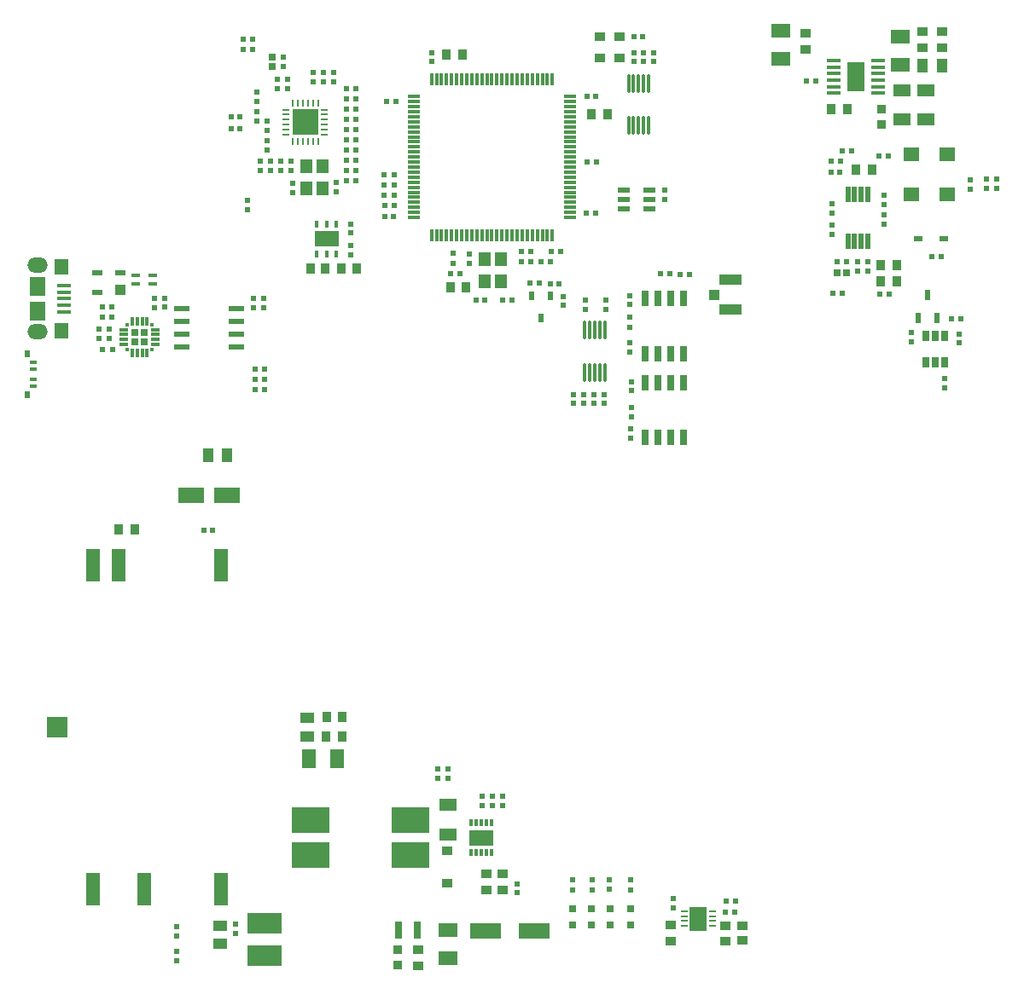
<source format=gtp>
G04*
G04 #@! TF.GenerationSoftware,Altium Limited,Altium Designer,21.2.1 (34)*
G04*
G04 Layer_Color=8421504*
%FSAX24Y24*%
%MOIN*%
G70*
G04*
G04 #@! TF.SameCoordinates,274D9A25-BBB1-47C8-A32C-90C4575193A4*
G04*
G04*
G04 #@! TF.FilePolarity,Positive*
G04*
G01*
G75*
%ADD21O,0.0787X0.0591*%
%ADD22R,0.0295X0.0295*%
%ADD23R,0.0315X0.0315*%
%ADD24R,0.0244X0.0228*%
%ADD25R,0.0228X0.0244*%
%ADD26R,0.0248X0.0260*%
%ADD27R,0.0315X0.0157*%
%ADD28R,0.0866X0.0433*%
%ADD29R,0.0433X0.0394*%
%ADD30R,0.0374X0.0394*%
%ADD31R,0.0472X0.0236*%
%ADD32R,0.0244X0.0244*%
%ADD33R,0.0244X0.0244*%
%ADD34O,0.0118X0.0787*%
%ADD35R,0.0394X0.0354*%
%ADD36R,0.0256X0.0600*%
%ADD37R,0.0472X0.0118*%
%ADD38R,0.0118X0.0472*%
%ADD39R,0.0236X0.0394*%
G04:AMPARAMS|DCode=40|XSize=43.3mil|YSize=23.6mil|CornerRadius=2mil|HoleSize=0mil|Usage=FLASHONLY|Rotation=90.000|XOffset=0mil|YOffset=0mil|HoleType=Round|Shape=RoundedRectangle|*
%AMROUNDEDRECTD40*
21,1,0.0433,0.0196,0,0,90.0*
21,1,0.0393,0.0236,0,0,90.0*
1,1,0.0040,0.0098,0.0196*
1,1,0.0040,0.0098,-0.0196*
1,1,0.0040,-0.0098,-0.0196*
1,1,0.0040,-0.0098,0.0196*
%
%ADD40ROUNDEDRECTD40*%
G04:AMPARAMS|DCode=41|XSize=21.7mil|YSize=31.5mil|CornerRadius=1.9mil|HoleSize=0mil|Usage=FLASHONLY|Rotation=0.000|XOffset=0mil|YOffset=0mil|HoleType=Round|Shape=RoundedRectangle|*
%AMROUNDEDRECTD41*
21,1,0.0217,0.0276,0,0,0.0*
21,1,0.0178,0.0315,0,0,0.0*
1,1,0.0039,0.0089,-0.0138*
1,1,0.0039,-0.0089,-0.0138*
1,1,0.0039,-0.0089,0.0138*
1,1,0.0039,0.0089,0.0138*
%
%ADD41ROUNDEDRECTD41*%
%ADD42R,0.0413X0.0551*%
G04:AMPARAMS|DCode=43|XSize=17.7mil|YSize=61mil|CornerRadius=1.9mil|HoleSize=0mil|Usage=FLASHONLY|Rotation=180.000|XOffset=0mil|YOffset=0mil|HoleType=Round|Shape=RoundedRectangle|*
%AMROUNDEDRECTD43*
21,1,0.0177,0.0571,0,0,180.0*
21,1,0.0138,0.0610,0,0,180.0*
1,1,0.0039,-0.0069,0.0286*
1,1,0.0039,0.0069,0.0286*
1,1,0.0039,0.0069,-0.0286*
1,1,0.0039,-0.0069,-0.0286*
%
%ADD43ROUNDEDRECTD43*%
%ADD44R,0.0236X0.0244*%
%ADD45R,0.0280X0.0283*%
%ADD46R,0.0354X0.0197*%
%ADD47R,0.0646X0.0551*%
%ADD48R,0.0354X0.0394*%
%ADD49R,0.0709X0.0453*%
%ADD50R,0.0374X0.0374*%
%ADD51R,0.0551X0.0177*%
%ADD52R,0.0689X0.1157*%
%ADD53R,0.0748X0.0571*%
%ADD54R,0.0394X0.0374*%
%ADD55R,0.0453X0.0551*%
%ADD56R,0.0374X0.0394*%
%ADD57R,0.0244X0.0236*%
%ADD58R,0.0283X0.0280*%
%ADD59R,0.0272X0.0110*%
%ADD60R,0.0110X0.0272*%
%ADD61R,0.0984X0.0984*%
%ADD62R,0.0177X0.0295*%
%ADD63R,0.0945X0.0630*%
%ADD64R,0.0118X0.0354*%
%ADD65R,0.0354X0.0118*%
%ADD66R,0.0118X0.0118*%
%ADD67R,0.0610X0.0236*%
%ADD68R,0.0354X0.0157*%
%ADD69R,0.0394X0.0236*%
%ADD70R,0.0394X0.0394*%
%ADD71R,0.0551X0.0630*%
%ADD72R,0.0610X0.0748*%
%ADD73R,0.0531X0.0157*%
%ADD74R,0.1004X0.0630*%
%ADD75R,0.0551X0.1260*%
%ADD76R,0.0787X0.0787*%
%ADD77R,0.0394X0.0374*%
%ADD78R,0.0650X0.0937*%
%ADD79R,0.0276X0.0098*%
%ADD80R,0.0551X0.0413*%
%ADD81R,0.0571X0.0748*%
%ADD82R,0.1516X0.0984*%
%ADD83R,0.0118X0.0295*%
%ADD84R,0.0425X0.0362*%
%ADD85R,0.1240X0.0630*%
%ADD86R,0.0315X0.0709*%
%ADD87R,0.1378X0.0787*%
%ADD88R,0.0551X0.0413*%
D21*
X015955Y041591D02*
D03*
Y044189D02*
D03*
D22*
X020142Y041577D02*
D03*
Y041203D02*
D03*
X019768Y041577D02*
D03*
Y041203D02*
D03*
D23*
X038340Y019035D02*
D03*
Y018405D02*
D03*
X039140Y019035D02*
D03*
Y018405D02*
D03*
X037620Y019035D02*
D03*
Y018405D02*
D03*
X036870Y019035D02*
D03*
Y018405D02*
D03*
D24*
X038320Y020165D02*
D03*
Y019795D02*
D03*
X039130Y020155D02*
D03*
Y019785D02*
D03*
X037630Y020155D02*
D03*
Y019785D02*
D03*
X036870Y020155D02*
D03*
Y019785D02*
D03*
X032190Y044285D02*
D03*
Y044655D02*
D03*
X051420Y039395D02*
D03*
Y039765D02*
D03*
X039150Y037790D02*
D03*
Y037420D02*
D03*
X037360Y042465D02*
D03*
Y042835D02*
D03*
X039160Y038630D02*
D03*
Y038260D02*
D03*
X052400Y047545D02*
D03*
Y047175D02*
D03*
X053040Y047205D02*
D03*
Y047575D02*
D03*
X049030Y046175D02*
D03*
Y045805D02*
D03*
X047010Y045765D02*
D03*
Y045395D02*
D03*
X049030Y046570D02*
D03*
Y046940D02*
D03*
X047010Y046595D02*
D03*
Y046225D02*
D03*
X048400Y044335D02*
D03*
Y043965D02*
D03*
X048010Y044340D02*
D03*
Y043970D02*
D03*
X039100Y042155D02*
D03*
Y041785D02*
D03*
X024525Y050964D02*
D03*
Y050594D02*
D03*
Y049844D02*
D03*
Y050214D02*
D03*
X024925Y049459D02*
D03*
Y049829D02*
D03*
Y049079D02*
D03*
Y048709D02*
D03*
X025075Y047909D02*
D03*
Y048279D02*
D03*
X024180Y046725D02*
D03*
Y046355D02*
D03*
X027525Y051359D02*
D03*
Y051729D02*
D03*
X027125Y051359D02*
D03*
Y051729D02*
D03*
X026725Y051359D02*
D03*
Y051729D02*
D03*
X039100Y040810D02*
D03*
Y041180D02*
D03*
X028200Y044970D02*
D03*
Y044600D02*
D03*
X033740Y023065D02*
D03*
Y023435D02*
D03*
X034130Y023065D02*
D03*
Y023435D02*
D03*
X031990Y024130D02*
D03*
Y024500D02*
D03*
X021390Y017955D02*
D03*
Y018325D02*
D03*
D25*
X024835Y040140D02*
D03*
X024465D02*
D03*
X024835Y039750D02*
D03*
X024465D02*
D03*
X024835Y039350D02*
D03*
X024465D02*
D03*
X047030Y043110D02*
D03*
X047400D02*
D03*
X037440Y048230D02*
D03*
X037810D02*
D03*
X029970Y050590D02*
D03*
X029600D02*
D03*
X029895Y046550D02*
D03*
X029525D02*
D03*
X036035Y044750D02*
D03*
X036405D02*
D03*
X029890Y047330D02*
D03*
X029520D02*
D03*
Y046940D02*
D03*
X029890D02*
D03*
X052025Y042090D02*
D03*
X051655D02*
D03*
X051285Y044550D02*
D03*
X050915D02*
D03*
X049195Y048470D02*
D03*
X048825D02*
D03*
X041440Y043850D02*
D03*
X041070D02*
D03*
X040670Y043870D02*
D03*
X040300D02*
D03*
X047193Y044344D02*
D03*
X047563D02*
D03*
X046375Y051400D02*
D03*
X046005D02*
D03*
X023990Y053044D02*
D03*
X024360D02*
D03*
X023990Y052644D02*
D03*
X024360D02*
D03*
X028040Y051094D02*
D03*
X028410D02*
D03*
Y050694D02*
D03*
X028040D02*
D03*
Y050294D02*
D03*
X028410D02*
D03*
X028040Y049494D02*
D03*
X028410D02*
D03*
Y049094D02*
D03*
X028040D02*
D03*
X028410Y048694D02*
D03*
X028040D02*
D03*
Y048294D02*
D03*
X028410D02*
D03*
X029520Y047720D02*
D03*
X029890D02*
D03*
X018890Y040900D02*
D03*
X018520D02*
D03*
X042855Y019320D02*
D03*
X043225D02*
D03*
X043220Y018910D02*
D03*
X042850D02*
D03*
D26*
X015580Y040727D02*
D03*
Y039136D02*
D03*
D27*
X015810Y040408D02*
D03*
Y040140D02*
D03*
Y039723D02*
D03*
Y039455D02*
D03*
D28*
X043030Y043620D02*
D03*
Y042478D02*
D03*
D29*
X042400Y043049D02*
D03*
D30*
X038225Y050110D02*
D03*
X037595D02*
D03*
X032555Y052440D02*
D03*
X031925D02*
D03*
X048895Y044210D02*
D03*
X049525D02*
D03*
X048900Y043580D02*
D03*
X049530D02*
D03*
X027255Y026530D02*
D03*
X027885D02*
D03*
X027240Y025760D02*
D03*
X027870D02*
D03*
D31*
X038886Y046402D02*
D03*
Y046776D02*
D03*
Y047150D02*
D03*
X039870D02*
D03*
Y046776D02*
D03*
Y046402D02*
D03*
D32*
X039617Y053150D02*
D03*
X039263D02*
D03*
X032457Y043870D02*
D03*
X032103D02*
D03*
X037774Y046240D02*
D03*
X037420D02*
D03*
X029523Y046090D02*
D03*
X029877D02*
D03*
X037777Y050800D02*
D03*
X037423D02*
D03*
X047340Y048260D02*
D03*
X046986D02*
D03*
X047317Y047850D02*
D03*
X046963D02*
D03*
X035633Y044320D02*
D03*
X035987D02*
D03*
X034143Y042840D02*
D03*
X034497D02*
D03*
X033087Y042822D02*
D03*
X033441D02*
D03*
X034873Y044330D02*
D03*
X035227D02*
D03*
X023525Y049994D02*
D03*
X023880D02*
D03*
X023525Y049544D02*
D03*
X023880D02*
D03*
X028048Y049894D02*
D03*
X028402D02*
D03*
X028048Y047894D02*
D03*
X028402D02*
D03*
X028048Y047494D02*
D03*
X028402D02*
D03*
X018854Y042580D02*
D03*
X018500D02*
D03*
X018857Y042180D02*
D03*
X018503D02*
D03*
X022817Y033830D02*
D03*
X022463D02*
D03*
X034873Y044720D02*
D03*
X035227D02*
D03*
D33*
X039650Y052517D02*
D03*
Y052163D02*
D03*
X040040D02*
D03*
Y052517D02*
D03*
X039260D02*
D03*
Y052163D02*
D03*
X039170Y039640D02*
D03*
Y039286D02*
D03*
X039100Y042663D02*
D03*
Y043017D02*
D03*
X038170Y042837D02*
D03*
Y042483D02*
D03*
X040460Y047137D02*
D03*
Y046783D02*
D03*
X032830Y044283D02*
D03*
Y044637D02*
D03*
X031380Y052517D02*
D03*
Y052163D02*
D03*
X036890Y038786D02*
D03*
Y039140D02*
D03*
X037690Y038793D02*
D03*
Y039147D02*
D03*
X038100Y038793D02*
D03*
Y039147D02*
D03*
X050090Y041567D02*
D03*
Y041213D02*
D03*
X051980Y041163D02*
D03*
Y041517D02*
D03*
X036490Y042977D02*
D03*
Y042623D02*
D03*
X053430Y047213D02*
D03*
Y047567D02*
D03*
X037290Y039140D02*
D03*
Y038786D02*
D03*
X025325Y051117D02*
D03*
Y051471D02*
D03*
X025725Y051117D02*
D03*
Y051471D02*
D03*
X025875Y048271D02*
D03*
Y047917D02*
D03*
X025475Y048271D02*
D03*
Y047917D02*
D03*
X025925Y047398D02*
D03*
Y047044D02*
D03*
X027625Y047421D02*
D03*
Y047067D02*
D03*
X028200Y045460D02*
D03*
Y045814D02*
D03*
X024800Y042543D02*
D03*
Y042897D02*
D03*
X024400Y042543D02*
D03*
Y042897D02*
D03*
X018770Y041343D02*
D03*
Y041697D02*
D03*
X018360Y041343D02*
D03*
Y041697D02*
D03*
X020540Y042550D02*
D03*
Y042904D02*
D03*
X020950Y042553D02*
D03*
Y042907D02*
D03*
X040800Y019073D02*
D03*
Y019427D02*
D03*
X033350Y023073D02*
D03*
Y023427D02*
D03*
X031590Y024141D02*
D03*
Y024495D02*
D03*
X034700Y019663D02*
D03*
Y020017D02*
D03*
X021390Y017003D02*
D03*
Y017357D02*
D03*
X023698Y018435D02*
D03*
Y018081D02*
D03*
D34*
X039056Y049653D02*
D03*
X039253D02*
D03*
X039450D02*
D03*
X039647D02*
D03*
X039844D02*
D03*
X039056Y051307D02*
D03*
X039253D02*
D03*
X039450D02*
D03*
X039647D02*
D03*
X039844D02*
D03*
X038124Y041657D02*
D03*
X037927D02*
D03*
X037730D02*
D03*
X037533D02*
D03*
X037336D02*
D03*
X038124Y040003D02*
D03*
X037927D02*
D03*
X037730D02*
D03*
X037533D02*
D03*
X037336D02*
D03*
D35*
X038694Y053123D02*
D03*
Y052297D02*
D03*
X037946Y053123D02*
D03*
X037946Y052297D02*
D03*
X034130Y020410D02*
D03*
Y019780D02*
D03*
D36*
X039700Y040752D02*
D03*
X040200D02*
D03*
X040700D02*
D03*
X041200D02*
D03*
Y042888D02*
D03*
X040700D02*
D03*
X040200D02*
D03*
X039700D02*
D03*
X039710Y039600D02*
D03*
X040210D02*
D03*
X040710D02*
D03*
X041210D02*
D03*
Y037465D02*
D03*
X040710D02*
D03*
X040210D02*
D03*
X039710D02*
D03*
D37*
X030669Y046068D02*
D03*
Y046265D02*
D03*
Y046462D02*
D03*
Y046658D02*
D03*
Y046855D02*
D03*
Y047052D02*
D03*
Y047249D02*
D03*
Y047446D02*
D03*
Y047643D02*
D03*
Y047839D02*
D03*
Y048036D02*
D03*
Y048233D02*
D03*
Y048430D02*
D03*
Y048627D02*
D03*
Y048824D02*
D03*
Y049021D02*
D03*
Y049217D02*
D03*
Y049414D02*
D03*
Y049611D02*
D03*
Y049808D02*
D03*
Y050005D02*
D03*
Y050202D02*
D03*
Y050399D02*
D03*
Y050595D02*
D03*
Y050792D02*
D03*
X036771D02*
D03*
Y050595D02*
D03*
Y050399D02*
D03*
Y050202D02*
D03*
Y050005D02*
D03*
Y049808D02*
D03*
Y049611D02*
D03*
Y049414D02*
D03*
Y049217D02*
D03*
Y049021D02*
D03*
Y048824D02*
D03*
Y048627D02*
D03*
Y048430D02*
D03*
Y048233D02*
D03*
Y048036D02*
D03*
Y047839D02*
D03*
Y047643D02*
D03*
Y047446D02*
D03*
Y047249D02*
D03*
Y047052D02*
D03*
Y046855D02*
D03*
Y046658D02*
D03*
Y046462D02*
D03*
Y046265D02*
D03*
Y046068D02*
D03*
D38*
X031358Y051481D02*
D03*
X031555D02*
D03*
X031751D02*
D03*
X031948D02*
D03*
X032145D02*
D03*
X032342D02*
D03*
X032539D02*
D03*
X032736D02*
D03*
X032933D02*
D03*
X033129D02*
D03*
X033326D02*
D03*
X033523D02*
D03*
X033720D02*
D03*
X033917D02*
D03*
X034114D02*
D03*
X034311D02*
D03*
X034507D02*
D03*
X034704D02*
D03*
X034901D02*
D03*
X035098D02*
D03*
X035295D02*
D03*
X035492D02*
D03*
X035689D02*
D03*
X035885D02*
D03*
X036082D02*
D03*
Y045379D02*
D03*
X035885D02*
D03*
X035689D02*
D03*
X035492D02*
D03*
X035295D02*
D03*
X035098D02*
D03*
X034901D02*
D03*
X034704D02*
D03*
X034507D02*
D03*
X034311D02*
D03*
X034114D02*
D03*
X033917D02*
D03*
X033720D02*
D03*
X033523D02*
D03*
X033326D02*
D03*
X033129D02*
D03*
X032933D02*
D03*
X032736D02*
D03*
X032539D02*
D03*
X032342D02*
D03*
X032145D02*
D03*
X031948D02*
D03*
X031751D02*
D03*
X031555D02*
D03*
X031358D02*
D03*
D39*
X050372Y042120D02*
D03*
X051120D02*
D03*
X050746Y043026D02*
D03*
D40*
X050666Y041442D02*
D03*
X051040D02*
D03*
X051414D02*
D03*
Y040418D02*
D03*
X051040D02*
D03*
X050666D02*
D03*
D41*
X035630Y042137D02*
D03*
X035256Y043003D02*
D03*
X036004D02*
D03*
D42*
X051294Y052010D02*
D03*
X050546D02*
D03*
X023384Y036770D02*
D03*
X022636D02*
D03*
D43*
X047626Y045125D02*
D03*
X047882D02*
D03*
X048138D02*
D03*
X048394D02*
D03*
X047626Y046955D02*
D03*
X047882D02*
D03*
X048138D02*
D03*
X048394D02*
D03*
D44*
X049231Y043070D02*
D03*
X048869D02*
D03*
X047771Y048660D02*
D03*
X047409D02*
D03*
X036351Y043480D02*
D03*
X035989D02*
D03*
X035219Y043490D02*
D03*
X035581D02*
D03*
D45*
X047559Y043894D02*
D03*
X047197D02*
D03*
D46*
X050358Y045220D02*
D03*
X051382D02*
D03*
D47*
X051510Y048543D02*
D03*
Y046957D02*
D03*
X050120Y048543D02*
D03*
Y046957D02*
D03*
D48*
X047945Y047930D02*
D03*
X048575D02*
D03*
X046975Y050310D02*
D03*
X047605D02*
D03*
X019145Y033880D02*
D03*
X019775D02*
D03*
D49*
X050660Y049909D02*
D03*
Y051051D02*
D03*
X049730D02*
D03*
Y049909D02*
D03*
X032010Y021929D02*
D03*
Y023111D02*
D03*
D50*
X048940Y049715D02*
D03*
Y050305D02*
D03*
X030030Y016845D02*
D03*
Y017435D02*
D03*
D51*
X047070Y052202D02*
D03*
Y051946D02*
D03*
Y051690D02*
D03*
Y051434D02*
D03*
Y051178D02*
D03*
Y050922D02*
D03*
X048802D02*
D03*
Y051178D02*
D03*
Y051434D02*
D03*
Y051690D02*
D03*
Y051946D02*
D03*
Y052202D02*
D03*
D52*
X047936Y051562D02*
D03*
D53*
X045000Y053371D02*
D03*
Y052269D02*
D03*
X049680Y053141D02*
D03*
Y052039D02*
D03*
X032000Y017108D02*
D03*
Y018210D02*
D03*
D54*
X045970Y052625D02*
D03*
Y053255D02*
D03*
X050550Y052705D02*
D03*
Y053335D02*
D03*
X051290Y052705D02*
D03*
Y053335D02*
D03*
X040690Y018405D02*
D03*
Y017775D02*
D03*
X033490Y020395D02*
D03*
Y019765D02*
D03*
X030840Y017445D02*
D03*
Y016815D02*
D03*
D55*
X033434Y044422D02*
D03*
Y043555D02*
D03*
X034064D02*
D03*
Y044422D02*
D03*
X026460Y048077D02*
D03*
Y047211D02*
D03*
X027090D02*
D03*
Y048077D02*
D03*
D56*
X032105Y043320D02*
D03*
X032695D02*
D03*
X027830Y044060D02*
D03*
X028421D02*
D03*
X027215D02*
D03*
X026625D02*
D03*
D57*
X025575Y051982D02*
D03*
Y052344D02*
D03*
X024675Y047913D02*
D03*
Y048275D02*
D03*
D58*
X025125Y052325D02*
D03*
Y051963D02*
D03*
D59*
X025682Y049497D02*
D03*
Y049694D02*
D03*
X027178Y049300D02*
D03*
Y049497D02*
D03*
Y049694D02*
D03*
Y049890D02*
D03*
Y050087D02*
D03*
Y050284D02*
D03*
X025682D02*
D03*
Y049300D02*
D03*
Y049890D02*
D03*
Y050087D02*
D03*
D60*
X025938Y049044D02*
D03*
X026135D02*
D03*
X026332D02*
D03*
X026528D02*
D03*
X026725D02*
D03*
X026922D02*
D03*
Y050540D02*
D03*
X026725D02*
D03*
X026528D02*
D03*
X026332D02*
D03*
X026135D02*
D03*
X025938D02*
D03*
D61*
X026430Y049792D02*
D03*
D62*
X027634Y045811D02*
D03*
X027260D02*
D03*
X026886D02*
D03*
Y044629D02*
D03*
X027260D02*
D03*
X027634D02*
D03*
D63*
X027260Y045220D02*
D03*
X033310Y021810D02*
D03*
D64*
X020251Y042000D02*
D03*
X020054D02*
D03*
X019857D02*
D03*
X019660D02*
D03*
Y040780D02*
D03*
X019857D02*
D03*
X020054D02*
D03*
X020251D02*
D03*
D65*
X019345Y041685D02*
D03*
Y041488D02*
D03*
Y041291D02*
D03*
Y041094D02*
D03*
X020566D02*
D03*
Y041291D02*
D03*
Y041488D02*
D03*
Y041685D02*
D03*
D66*
X020447Y041882D02*
D03*
Y040898D02*
D03*
X019463Y041882D02*
D03*
Y040898D02*
D03*
D67*
X021617Y042510D02*
D03*
Y042010D02*
D03*
Y041510D02*
D03*
Y041010D02*
D03*
X023743Y042510D02*
D03*
Y042010D02*
D03*
Y041510D02*
D03*
Y041010D02*
D03*
D68*
X020485Y043473D02*
D03*
Y043787D02*
D03*
X019815Y043473D02*
D03*
Y043787D02*
D03*
D69*
X018294Y043900D02*
D03*
X019200D02*
D03*
X018294Y043152D02*
D03*
D70*
X019200Y043231D02*
D03*
D71*
X016920Y044150D02*
D03*
Y041630D02*
D03*
D72*
X015955Y042417D02*
D03*
Y043362D02*
D03*
D73*
X017009Y042378D02*
D03*
Y042634D02*
D03*
Y043402D02*
D03*
Y043146D02*
D03*
Y042890D02*
D03*
D74*
X023358Y035190D02*
D03*
X021980D02*
D03*
D75*
X023126Y032467D02*
D03*
X019126D02*
D03*
X018126D02*
D03*
X023126Y019798D02*
D03*
X020130Y019800D02*
D03*
X018126Y019798D02*
D03*
D76*
X016732Y026133D02*
D03*
D77*
X043500Y018385D02*
D03*
Y017795D02*
D03*
X042840Y018375D02*
D03*
Y017785D02*
D03*
D78*
X041781Y018652D02*
D03*
D79*
X041230Y018947D02*
D03*
Y018750D02*
D03*
Y018553D02*
D03*
Y018356D02*
D03*
X042332Y018947D02*
D03*
Y018750D02*
D03*
Y018553D02*
D03*
Y018356D02*
D03*
D80*
X026495Y026518D02*
D03*
Y025770D02*
D03*
D81*
X027671Y024890D02*
D03*
X026569D02*
D03*
D82*
X026633Y022498D02*
D03*
Y021120D02*
D03*
X030550D02*
D03*
Y022498D02*
D03*
D83*
X032916Y022401D02*
D03*
X033113D02*
D03*
X033310D02*
D03*
X033507D02*
D03*
X033704D02*
D03*
Y021219D02*
D03*
X033507D02*
D03*
X033310D02*
D03*
X033113D02*
D03*
X032916D02*
D03*
D84*
X031970Y021310D02*
D03*
Y020050D02*
D03*
D85*
X033455Y018170D02*
D03*
X035385D02*
D03*
D86*
X030794Y018200D02*
D03*
X030086D02*
D03*
D87*
X024830Y018460D02*
D03*
Y017200D02*
D03*
D88*
X023118Y017661D02*
D03*
Y018370D02*
D03*
M02*

</source>
